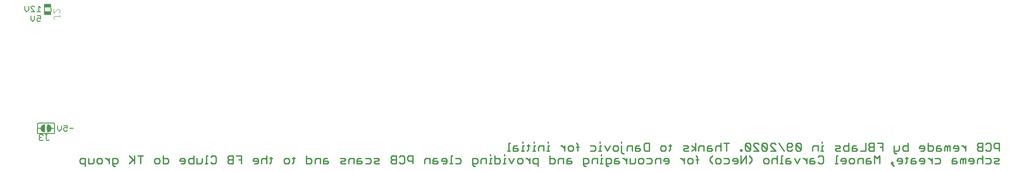
<source format=gbo>
G75*
%MOIN*%
%OFA0B0*%
%FSLAX25Y25*%
%IPPOS*%
%LPD*%
%AMOC8*
5,1,8,0,0,1.08239X$1,22.5*
%
%ADD10C,0.01000*%
%ADD11C,0.00700*%
%ADD12C,0.00600*%
%ADD13R,0.05512X0.02559*%
%ADD14C,0.00400*%
%ADD15C,0.00500*%
D10*
X0077334Y0014101D02*
X0078335Y0013100D01*
X0081338Y0013100D01*
X0081338Y0011098D02*
X0081338Y0017103D01*
X0078335Y0017103D01*
X0077334Y0016103D01*
X0077334Y0014101D01*
X0083780Y0013100D02*
X0083780Y0017103D01*
X0083780Y0013100D02*
X0086782Y0013100D01*
X0087783Y0014101D01*
X0087783Y0017103D01*
X0090225Y0016103D02*
X0091226Y0017103D01*
X0093228Y0017103D01*
X0094229Y0016103D01*
X0094229Y0014101D01*
X0093228Y0013100D01*
X0091226Y0013100D01*
X0090225Y0014101D01*
X0090225Y0016103D01*
X0096598Y0017103D02*
X0097598Y0017103D01*
X0099600Y0015102D01*
X0099600Y0017103D02*
X0099600Y0013100D01*
X0102042Y0013100D02*
X0105045Y0013100D01*
X0106046Y0014101D01*
X0106046Y0016103D01*
X0105045Y0017103D01*
X0102042Y0017103D01*
X0102042Y0012099D01*
X0103043Y0011098D01*
X0104044Y0011098D01*
X0114933Y0013100D02*
X0117936Y0016103D01*
X0118937Y0015102D02*
X0114933Y0019105D01*
X0118937Y0019105D02*
X0118937Y0013100D01*
X0123380Y0013100D02*
X0123380Y0019105D01*
X0121379Y0019105D02*
X0125382Y0019105D01*
X0134270Y0016103D02*
X0135270Y0017103D01*
X0137272Y0017103D01*
X0138273Y0016103D01*
X0138273Y0014101D01*
X0137272Y0013100D01*
X0135270Y0013100D01*
X0134270Y0014101D01*
X0134270Y0016103D01*
X0140715Y0017103D02*
X0143718Y0017103D01*
X0144719Y0016103D01*
X0144719Y0014101D01*
X0143718Y0013100D01*
X0140715Y0013100D01*
X0140715Y0019105D01*
X0153606Y0016103D02*
X0153606Y0015102D01*
X0157610Y0015102D01*
X0157610Y0016103D02*
X0156609Y0017103D01*
X0154607Y0017103D01*
X0153606Y0016103D01*
X0154607Y0013100D02*
X0156609Y0013100D01*
X0157610Y0014101D01*
X0157610Y0016103D01*
X0160052Y0016103D02*
X0161052Y0017103D01*
X0164055Y0017103D01*
X0164055Y0019105D02*
X0164055Y0013100D01*
X0161052Y0013100D01*
X0160052Y0014101D01*
X0160052Y0016103D01*
X0166497Y0017103D02*
X0166497Y0013100D01*
X0169500Y0013100D01*
X0170501Y0014101D01*
X0170501Y0017103D01*
X0173797Y0019105D02*
X0173797Y0013100D01*
X0174798Y0013100D02*
X0172796Y0013100D01*
X0177240Y0014101D02*
X0178240Y0013100D01*
X0180242Y0013100D01*
X0181243Y0014101D01*
X0181243Y0018104D01*
X0180242Y0019105D01*
X0178240Y0019105D01*
X0177240Y0018104D01*
X0174798Y0019105D02*
X0173797Y0019105D01*
X0190131Y0018104D02*
X0190131Y0017103D01*
X0191131Y0016103D01*
X0194134Y0016103D01*
X0194134Y0019105D02*
X0194134Y0013100D01*
X0191131Y0013100D01*
X0190131Y0014101D01*
X0190131Y0015102D01*
X0191131Y0016103D01*
X0190131Y0018104D02*
X0191131Y0019105D01*
X0194134Y0019105D01*
X0196576Y0019105D02*
X0200580Y0019105D01*
X0200580Y0013100D01*
X0200580Y0016103D02*
X0198578Y0016103D01*
X0209467Y0016103D02*
X0209467Y0015102D01*
X0213471Y0015102D01*
X0213471Y0016103D02*
X0212470Y0017103D01*
X0210468Y0017103D01*
X0209467Y0016103D01*
X0210468Y0013100D02*
X0212470Y0013100D01*
X0213471Y0014101D01*
X0213471Y0016103D01*
X0215913Y0016103D02*
X0215913Y0013100D01*
X0215913Y0016103D02*
X0216913Y0017103D01*
X0218915Y0017103D01*
X0219916Y0016103D01*
X0222211Y0017103D02*
X0224213Y0017103D01*
X0223212Y0018104D02*
X0223212Y0014101D01*
X0222211Y0013100D01*
X0219916Y0013100D02*
X0219916Y0019105D01*
X0233101Y0016103D02*
X0234101Y0017103D01*
X0236103Y0017103D01*
X0237104Y0016103D01*
X0237104Y0014101D01*
X0236103Y0013100D01*
X0234101Y0013100D01*
X0233101Y0014101D01*
X0233101Y0016103D01*
X0239399Y0017103D02*
X0241401Y0017103D01*
X0240400Y0018104D02*
X0240400Y0014101D01*
X0239399Y0013100D01*
X0250289Y0013100D02*
X0250289Y0019105D01*
X0250289Y0017103D02*
X0253291Y0017103D01*
X0254292Y0016103D01*
X0254292Y0014101D01*
X0253291Y0013100D01*
X0250289Y0013100D01*
X0256734Y0013100D02*
X0256734Y0016103D01*
X0257735Y0017103D01*
X0260737Y0017103D01*
X0260737Y0013100D01*
X0263180Y0013100D02*
X0266182Y0013100D01*
X0267183Y0014101D01*
X0266182Y0015102D01*
X0263180Y0015102D01*
X0263180Y0016103D02*
X0263180Y0013100D01*
X0263180Y0016103D02*
X0264180Y0017103D01*
X0266182Y0017103D01*
X0276071Y0017103D02*
X0279073Y0017103D01*
X0280074Y0016103D01*
X0279073Y0015102D01*
X0277071Y0015102D01*
X0276071Y0014101D01*
X0277071Y0013100D01*
X0280074Y0013100D01*
X0282516Y0013100D02*
X0282516Y0016103D01*
X0283517Y0017103D01*
X0286519Y0017103D01*
X0286519Y0013100D01*
X0288962Y0013100D02*
X0291964Y0013100D01*
X0292965Y0014101D01*
X0291964Y0015102D01*
X0288962Y0015102D01*
X0288962Y0016103D02*
X0288962Y0013100D01*
X0288962Y0016103D02*
X0289962Y0017103D01*
X0291964Y0017103D01*
X0295407Y0017103D02*
X0298410Y0017103D01*
X0299410Y0016103D01*
X0299410Y0014101D01*
X0298410Y0013100D01*
X0295407Y0013100D01*
X0301853Y0014101D02*
X0302853Y0015102D01*
X0304855Y0015102D01*
X0305856Y0016103D01*
X0304855Y0017103D01*
X0301853Y0017103D01*
X0301853Y0014101D02*
X0302853Y0013100D01*
X0305856Y0013100D01*
X0314744Y0014101D02*
X0315744Y0013100D01*
X0318747Y0013100D01*
X0318747Y0019105D01*
X0315744Y0019105D01*
X0314744Y0018104D01*
X0314744Y0017103D01*
X0315744Y0016103D01*
X0318747Y0016103D01*
X0315744Y0016103D02*
X0314744Y0015102D01*
X0314744Y0014101D01*
X0321189Y0014101D02*
X0322190Y0013100D01*
X0324192Y0013100D01*
X0325192Y0014101D01*
X0325192Y0018104D01*
X0324192Y0019105D01*
X0322190Y0019105D01*
X0321189Y0018104D01*
X0327635Y0018104D02*
X0327635Y0016103D01*
X0328635Y0015102D01*
X0331638Y0015102D01*
X0331638Y0013100D02*
X0331638Y0019105D01*
X0328635Y0019105D01*
X0327635Y0018104D01*
X0340526Y0016103D02*
X0340526Y0013100D01*
X0340526Y0016103D02*
X0341526Y0017103D01*
X0344529Y0017103D01*
X0344529Y0013100D01*
X0346971Y0013100D02*
X0349974Y0013100D01*
X0350974Y0014101D01*
X0349974Y0015102D01*
X0346971Y0015102D01*
X0346971Y0016103D02*
X0346971Y0013100D01*
X0346971Y0016103D02*
X0347972Y0017103D01*
X0349974Y0017103D01*
X0353417Y0016103D02*
X0354417Y0017103D01*
X0356419Y0017103D01*
X0357420Y0016103D01*
X0357420Y0014101D01*
X0356419Y0013100D01*
X0354417Y0013100D01*
X0353417Y0015102D02*
X0357420Y0015102D01*
X0359715Y0013100D02*
X0361717Y0013100D01*
X0360716Y0013100D02*
X0360716Y0019105D01*
X0361717Y0019105D01*
X0364159Y0017103D02*
X0367162Y0017103D01*
X0368162Y0016103D01*
X0368162Y0014101D01*
X0367162Y0013100D01*
X0364159Y0013100D01*
X0353417Y0015102D02*
X0353417Y0016103D01*
X0377050Y0017103D02*
X0377050Y0012099D01*
X0378051Y0011098D01*
X0379052Y0011098D01*
X0380053Y0013100D02*
X0377050Y0013100D01*
X0380053Y0013100D02*
X0381053Y0014101D01*
X0381053Y0016103D01*
X0380053Y0017103D01*
X0377050Y0017103D01*
X0383496Y0016103D02*
X0383496Y0013100D01*
X0383496Y0016103D02*
X0384496Y0017103D01*
X0387499Y0017103D01*
X0387499Y0013100D01*
X0389794Y0013100D02*
X0391796Y0013100D01*
X0390795Y0013100D02*
X0390795Y0017103D01*
X0391796Y0017103D01*
X0390795Y0019105D02*
X0390795Y0020106D01*
X0394238Y0019105D02*
X0394238Y0013100D01*
X0397241Y0013100D01*
X0398241Y0014101D01*
X0398241Y0016103D01*
X0397241Y0017103D01*
X0394238Y0017103D01*
X0401538Y0017103D02*
X0401538Y0013100D01*
X0402538Y0013100D02*
X0400537Y0013100D01*
X0401538Y0017103D02*
X0402538Y0017103D01*
X0401538Y0019105D02*
X0401538Y0020106D01*
X0403759Y0022970D02*
X0405761Y0022970D01*
X0404760Y0022970D02*
X0404760Y0028975D01*
X0405761Y0028975D01*
X0408203Y0025973D02*
X0408203Y0022970D01*
X0411206Y0022970D01*
X0412207Y0023971D01*
X0411206Y0024972D01*
X0408203Y0024972D01*
X0408203Y0025973D02*
X0409204Y0026973D01*
X0411206Y0026973D01*
X0415503Y0026973D02*
X0415503Y0022970D01*
X0416504Y0022970D02*
X0414502Y0022970D01*
X0415503Y0026973D02*
X0416504Y0026973D01*
X0415503Y0028975D02*
X0415503Y0029976D01*
X0418799Y0026973D02*
X0420801Y0026973D01*
X0419800Y0027974D02*
X0419800Y0023971D01*
X0418799Y0022970D01*
X0423096Y0022970D02*
X0425098Y0022970D01*
X0424097Y0022970D02*
X0424097Y0026973D01*
X0425098Y0026973D01*
X0424097Y0028975D02*
X0424097Y0029976D01*
X0427540Y0025973D02*
X0427540Y0022970D01*
X0427540Y0025973D02*
X0428541Y0026973D01*
X0431543Y0026973D01*
X0431543Y0022970D01*
X0433838Y0022970D02*
X0435840Y0022970D01*
X0434839Y0022970D02*
X0434839Y0026973D01*
X0435840Y0026973D01*
X0434839Y0028975D02*
X0434839Y0029976D01*
X0444654Y0026973D02*
X0445655Y0026973D01*
X0447657Y0024972D01*
X0447657Y0026973D02*
X0447657Y0022970D01*
X0450099Y0023971D02*
X0450099Y0025973D01*
X0451100Y0026973D01*
X0453102Y0026973D01*
X0454102Y0025973D01*
X0454102Y0023971D01*
X0453102Y0022970D01*
X0451100Y0022970D01*
X0450099Y0023971D01*
X0456398Y0025973D02*
X0458399Y0025973D01*
X0457399Y0027974D02*
X0457399Y0022970D01*
X0457399Y0027974D02*
X0456398Y0028975D01*
X0467287Y0026973D02*
X0470290Y0026973D01*
X0471290Y0025973D01*
X0471290Y0023971D01*
X0470290Y0022970D01*
X0467287Y0022970D01*
X0469362Y0017103D02*
X0468361Y0016103D01*
X0468361Y0013100D01*
X0465919Y0014101D02*
X0464918Y0013100D01*
X0461916Y0013100D01*
X0461916Y0012099D02*
X0461916Y0017103D01*
X0464918Y0017103D01*
X0465919Y0016103D01*
X0465919Y0014101D01*
X0463917Y0011098D02*
X0462917Y0011098D01*
X0461916Y0012099D01*
X0469362Y0017103D02*
X0472365Y0017103D01*
X0472365Y0013100D01*
X0474660Y0013100D02*
X0476662Y0013100D01*
X0475661Y0013100D02*
X0475661Y0017103D01*
X0476662Y0017103D01*
X0475661Y0019105D02*
X0475661Y0020106D01*
X0475587Y0022970D02*
X0473586Y0022970D01*
X0474587Y0022970D02*
X0474587Y0026973D01*
X0475587Y0026973D01*
X0474587Y0028975D02*
X0474587Y0029976D01*
X0478029Y0026973D02*
X0480031Y0022970D01*
X0482033Y0026973D01*
X0484475Y0025973D02*
X0485476Y0026973D01*
X0487478Y0026973D01*
X0488478Y0025973D01*
X0488478Y0023971D01*
X0487478Y0022970D01*
X0485476Y0022970D01*
X0484475Y0023971D01*
X0484475Y0025973D01*
X0490774Y0026973D02*
X0490774Y0021969D01*
X0491775Y0020968D01*
X0492775Y0020968D01*
X0495217Y0022970D02*
X0495217Y0025973D01*
X0496218Y0026973D01*
X0499221Y0026973D01*
X0499221Y0022970D01*
X0501663Y0022970D02*
X0504666Y0022970D01*
X0505666Y0023971D01*
X0504666Y0024972D01*
X0501663Y0024972D01*
X0501663Y0025973D02*
X0501663Y0022970D01*
X0501663Y0025973D02*
X0502664Y0026973D01*
X0504666Y0026973D01*
X0508108Y0027974D02*
X0509109Y0028975D01*
X0512112Y0028975D01*
X0512112Y0022970D01*
X0509109Y0022970D01*
X0508108Y0023971D01*
X0508108Y0027974D01*
X0520999Y0025973D02*
X0522000Y0026973D01*
X0524002Y0026973D01*
X0525003Y0025973D01*
X0525003Y0023971D01*
X0524002Y0022970D01*
X0522000Y0022970D01*
X0520999Y0023971D01*
X0520999Y0025973D01*
X0527298Y0026973D02*
X0529300Y0026973D01*
X0528299Y0027974D02*
X0528299Y0023971D01*
X0527298Y0022970D01*
X0526151Y0017103D02*
X0524149Y0017103D01*
X0523148Y0016103D01*
X0523148Y0015102D01*
X0527151Y0015102D01*
X0527151Y0016103D02*
X0526151Y0017103D01*
X0527151Y0016103D02*
X0527151Y0014101D01*
X0526151Y0013100D01*
X0524149Y0013100D01*
X0520706Y0013100D02*
X0520706Y0017103D01*
X0517703Y0017103D01*
X0516702Y0016103D01*
X0516702Y0013100D01*
X0514260Y0014101D02*
X0513260Y0013100D01*
X0510257Y0013100D01*
X0507815Y0014101D02*
X0506814Y0013100D01*
X0504812Y0013100D01*
X0503811Y0014101D01*
X0503811Y0016103D01*
X0504812Y0017103D01*
X0506814Y0017103D01*
X0507815Y0016103D01*
X0507815Y0014101D01*
X0510257Y0017103D02*
X0513260Y0017103D01*
X0514260Y0016103D01*
X0514260Y0014101D01*
X0501369Y0014101D02*
X0501369Y0017103D01*
X0501369Y0014101D02*
X0500369Y0013100D01*
X0497366Y0013100D01*
X0497366Y0017103D01*
X0494924Y0017103D02*
X0494924Y0013100D01*
X0494924Y0015102D02*
X0492922Y0017103D01*
X0491921Y0017103D01*
X0488552Y0017103D02*
X0486550Y0017103D01*
X0485549Y0016103D01*
X0485549Y0013100D01*
X0488552Y0013100D01*
X0489553Y0014101D01*
X0488552Y0015102D01*
X0485549Y0015102D01*
X0483107Y0016103D02*
X0483107Y0014101D01*
X0482106Y0013100D01*
X0479104Y0013100D01*
X0479104Y0012099D02*
X0479104Y0017103D01*
X0482106Y0017103D01*
X0483107Y0016103D01*
X0481105Y0011098D02*
X0480105Y0011098D01*
X0479104Y0012099D01*
X0490774Y0028975D02*
X0490774Y0029976D01*
X0452027Y0017103D02*
X0450026Y0017103D01*
X0449025Y0016103D01*
X0449025Y0013100D01*
X0452027Y0013100D01*
X0453028Y0014101D01*
X0452027Y0015102D01*
X0449025Y0015102D01*
X0446583Y0013100D02*
X0446583Y0017103D01*
X0443580Y0017103D01*
X0442579Y0016103D01*
X0442579Y0013100D01*
X0440137Y0014101D02*
X0440137Y0016103D01*
X0439136Y0017103D01*
X0436134Y0017103D01*
X0436134Y0019105D02*
X0436134Y0013100D01*
X0439136Y0013100D01*
X0440137Y0014101D01*
X0427246Y0013100D02*
X0424244Y0013100D01*
X0423243Y0014101D01*
X0423243Y0016103D01*
X0424244Y0017103D01*
X0427246Y0017103D01*
X0427246Y0011098D01*
X0420801Y0013100D02*
X0420801Y0017103D01*
X0420801Y0015102D02*
X0418799Y0017103D01*
X0417798Y0017103D01*
X0415429Y0016103D02*
X0414429Y0017103D01*
X0412427Y0017103D01*
X0411426Y0016103D01*
X0411426Y0014101D01*
X0412427Y0013100D01*
X0414429Y0013100D01*
X0415429Y0014101D01*
X0415429Y0016103D01*
X0408984Y0017103D02*
X0406982Y0013100D01*
X0404980Y0017103D01*
X0535966Y0017103D02*
X0536966Y0017103D01*
X0538968Y0015102D01*
X0538968Y0017103D02*
X0538968Y0013100D01*
X0541410Y0014101D02*
X0541410Y0016103D01*
X0542411Y0017103D01*
X0544413Y0017103D01*
X0545414Y0016103D01*
X0545414Y0014101D01*
X0544413Y0013100D01*
X0542411Y0013100D01*
X0541410Y0014101D01*
X0547709Y0016103D02*
X0549711Y0016103D01*
X0548710Y0018104D02*
X0548710Y0013100D01*
X0548710Y0018104D02*
X0547709Y0019105D01*
X0547562Y0022970D02*
X0547562Y0028975D01*
X0544560Y0026973D02*
X0547562Y0024972D01*
X0544560Y0022970D01*
X0542191Y0022970D02*
X0539188Y0022970D01*
X0538187Y0023971D01*
X0539188Y0024972D01*
X0541190Y0024972D01*
X0542191Y0025973D01*
X0541190Y0026973D01*
X0538187Y0026973D01*
X0550004Y0025973D02*
X0550004Y0022970D01*
X0550004Y0025973D02*
X0551005Y0026973D01*
X0554008Y0026973D01*
X0554008Y0022970D01*
X0556450Y0022970D02*
X0559452Y0022970D01*
X0560453Y0023971D01*
X0559452Y0024972D01*
X0556450Y0024972D01*
X0556450Y0025973D02*
X0556450Y0022970D01*
X0556450Y0025973D02*
X0557451Y0026973D01*
X0559452Y0026973D01*
X0562895Y0025973D02*
X0562895Y0022970D01*
X0562895Y0025973D02*
X0563896Y0026973D01*
X0565898Y0026973D01*
X0566899Y0025973D01*
X0566899Y0028975D02*
X0566899Y0022970D01*
X0571342Y0022970D02*
X0571342Y0028975D01*
X0569341Y0028975D02*
X0573344Y0028975D01*
X0582011Y0023971D02*
X0582011Y0022970D01*
X0583012Y0022970D01*
X0583012Y0023971D01*
X0582011Y0023971D01*
X0585454Y0023971D02*
X0585454Y0027974D01*
X0589458Y0023971D01*
X0588457Y0022970D01*
X0586455Y0022970D01*
X0585454Y0023971D01*
X0585454Y0027974D02*
X0586455Y0028975D01*
X0588457Y0028975D01*
X0589458Y0027974D01*
X0589458Y0023971D01*
X0591900Y0022970D02*
X0595903Y0022970D01*
X0591900Y0026973D01*
X0591900Y0027974D01*
X0592901Y0028975D01*
X0594902Y0028975D01*
X0595903Y0027974D01*
X0598345Y0027974D02*
X0602349Y0023971D01*
X0601348Y0022970D01*
X0599346Y0022970D01*
X0598345Y0023971D01*
X0598345Y0027974D01*
X0599346Y0028975D01*
X0601348Y0028975D01*
X0602349Y0027974D01*
X0602349Y0023971D01*
X0604791Y0022970D02*
X0608794Y0022970D01*
X0604791Y0026973D01*
X0604791Y0027974D01*
X0605792Y0028975D01*
X0607793Y0028975D01*
X0608794Y0027974D01*
X0611236Y0028975D02*
X0615240Y0022970D01*
X0617682Y0023971D02*
X0617682Y0027974D01*
X0618683Y0028975D01*
X0620684Y0028975D01*
X0621685Y0027974D01*
X0621685Y0026973D01*
X0620684Y0025973D01*
X0617682Y0025973D01*
X0617682Y0023971D02*
X0618683Y0022970D01*
X0620684Y0022970D01*
X0621685Y0023971D01*
X0624127Y0023971D02*
X0625128Y0022970D01*
X0627130Y0022970D01*
X0628131Y0023971D01*
X0624127Y0027974D01*
X0624127Y0023971D01*
X0624127Y0027974D02*
X0625128Y0028975D01*
X0627130Y0028975D01*
X0628131Y0027974D01*
X0628131Y0023971D01*
X0627057Y0017103D02*
X0625055Y0013100D01*
X0623053Y0017103D01*
X0619610Y0017103D02*
X0617609Y0017103D01*
X0616608Y0016103D01*
X0616608Y0013100D01*
X0619610Y0013100D01*
X0620611Y0014101D01*
X0619610Y0015102D01*
X0616608Y0015102D01*
X0614166Y0013100D02*
X0612164Y0013100D01*
X0613165Y0013100D02*
X0613165Y0019105D01*
X0614166Y0019105D01*
X0609869Y0019105D02*
X0609869Y0013100D01*
X0609869Y0016103D02*
X0608868Y0017103D01*
X0606866Y0017103D01*
X0605865Y0016103D01*
X0605865Y0013100D01*
X0603423Y0014101D02*
X0602422Y0013100D01*
X0600421Y0013100D01*
X0599420Y0014101D01*
X0599420Y0016103D01*
X0600421Y0017103D01*
X0602422Y0017103D01*
X0603423Y0016103D01*
X0603423Y0014101D01*
X0590532Y0015102D02*
X0590532Y0017103D01*
X0588530Y0019105D01*
X0586235Y0019105D02*
X0582232Y0013100D01*
X0582232Y0019105D01*
X0579790Y0016103D02*
X0578789Y0017103D01*
X0576787Y0017103D01*
X0575786Y0016103D01*
X0575786Y0015102D01*
X0579790Y0015102D01*
X0579790Y0014101D02*
X0579790Y0016103D01*
X0579790Y0014101D02*
X0578789Y0013100D01*
X0576787Y0013100D01*
X0573344Y0014101D02*
X0572343Y0013100D01*
X0569341Y0013100D01*
X0566899Y0014101D02*
X0565898Y0013100D01*
X0563896Y0013100D01*
X0562895Y0014101D01*
X0562895Y0016103D01*
X0563896Y0017103D01*
X0565898Y0017103D01*
X0566899Y0016103D01*
X0566899Y0014101D01*
X0569341Y0017103D02*
X0572343Y0017103D01*
X0573344Y0016103D01*
X0573344Y0014101D01*
X0560453Y0013100D02*
X0558451Y0015102D01*
X0558451Y0017103D01*
X0560453Y0019105D01*
X0586235Y0019105D02*
X0586235Y0013100D01*
X0588530Y0013100D02*
X0590532Y0015102D01*
X0629425Y0017103D02*
X0630426Y0017103D01*
X0632428Y0015102D01*
X0632428Y0017103D02*
X0632428Y0013100D01*
X0634870Y0013100D02*
X0637872Y0013100D01*
X0638873Y0014101D01*
X0637872Y0015102D01*
X0634870Y0015102D01*
X0634870Y0016103D02*
X0634870Y0013100D01*
X0634870Y0016103D02*
X0635871Y0017103D01*
X0637872Y0017103D01*
X0641315Y0018104D02*
X0642316Y0019105D01*
X0644318Y0019105D01*
X0645319Y0018104D01*
X0645319Y0014101D01*
X0644318Y0013100D01*
X0642316Y0013100D01*
X0641315Y0014101D01*
X0654060Y0013100D02*
X0656061Y0013100D01*
X0655060Y0013100D02*
X0655060Y0019105D01*
X0656061Y0019105D01*
X0658503Y0016103D02*
X0659504Y0017103D01*
X0661506Y0017103D01*
X0662507Y0016103D01*
X0662507Y0014101D01*
X0661506Y0013100D01*
X0659504Y0013100D01*
X0658503Y0015102D02*
X0662507Y0015102D01*
X0664949Y0016103D02*
X0665950Y0017103D01*
X0667951Y0017103D01*
X0668952Y0016103D01*
X0668952Y0014101D01*
X0667951Y0013100D01*
X0665950Y0013100D01*
X0664949Y0014101D01*
X0664949Y0016103D01*
X0671394Y0016103D02*
X0671394Y0013100D01*
X0671394Y0016103D02*
X0672395Y0017103D01*
X0675398Y0017103D01*
X0675398Y0013100D01*
X0677840Y0013100D02*
X0680842Y0013100D01*
X0681843Y0014101D01*
X0680842Y0015102D01*
X0677840Y0015102D01*
X0677840Y0016103D02*
X0677840Y0013100D01*
X0677840Y0016103D02*
X0678841Y0017103D01*
X0680842Y0017103D01*
X0684285Y0019105D02*
X0684285Y0013100D01*
X0688289Y0013100D02*
X0688289Y0019105D01*
X0686287Y0017103D01*
X0684285Y0019105D01*
X0683992Y0022970D02*
X0680989Y0022970D01*
X0679988Y0023971D01*
X0679988Y0024972D01*
X0680989Y0025973D01*
X0683992Y0025973D01*
X0683992Y0028975D02*
X0683992Y0022970D01*
X0680989Y0025973D02*
X0679988Y0026973D01*
X0679988Y0027974D01*
X0680989Y0028975D01*
X0683992Y0028975D01*
X0686434Y0028975D02*
X0690437Y0028975D01*
X0690437Y0022970D01*
X0690437Y0025973D02*
X0688436Y0025973D01*
X0677546Y0028975D02*
X0677546Y0022970D01*
X0673543Y0022970D01*
X0671101Y0023971D02*
X0670100Y0024972D01*
X0667097Y0024972D01*
X0667097Y0025973D02*
X0667097Y0022970D01*
X0670100Y0022970D01*
X0671101Y0023971D01*
X0670100Y0026973D02*
X0668098Y0026973D01*
X0667097Y0025973D01*
X0664655Y0026973D02*
X0661653Y0026973D01*
X0660652Y0025973D01*
X0660652Y0023971D01*
X0661653Y0022970D01*
X0664655Y0022970D01*
X0664655Y0028975D01*
X0658210Y0025973D02*
X0657209Y0026973D01*
X0654206Y0026973D01*
X0655207Y0024972D02*
X0654206Y0023971D01*
X0655207Y0022970D01*
X0658210Y0022970D01*
X0657209Y0024972D02*
X0658210Y0025973D01*
X0657209Y0024972D02*
X0655207Y0024972D01*
X0658503Y0016103D02*
X0658503Y0015102D01*
X0645319Y0022970D02*
X0643317Y0022970D01*
X0644318Y0022970D02*
X0644318Y0026973D01*
X0645319Y0026973D01*
X0644318Y0028975D02*
X0644318Y0029976D01*
X0641022Y0026973D02*
X0638019Y0026973D01*
X0637018Y0025973D01*
X0637018Y0022970D01*
X0641022Y0022970D02*
X0641022Y0026973D01*
X0697030Y0014101D02*
X0698030Y0014101D01*
X0698030Y0013100D01*
X0697030Y0013100D01*
X0697030Y0014101D01*
X0697030Y0013100D02*
X0699031Y0011098D01*
X0702474Y0013100D02*
X0704476Y0013100D01*
X0705477Y0014101D01*
X0705477Y0016103D01*
X0704476Y0017103D01*
X0702474Y0017103D01*
X0701473Y0016103D01*
X0701473Y0015102D01*
X0705477Y0015102D01*
X0707772Y0017103D02*
X0709774Y0017103D01*
X0708773Y0018104D02*
X0708773Y0014101D01*
X0707772Y0013100D01*
X0712216Y0013100D02*
X0715218Y0013100D01*
X0716219Y0014101D01*
X0715218Y0015102D01*
X0712216Y0015102D01*
X0712216Y0016103D02*
X0712216Y0013100D01*
X0712216Y0016103D02*
X0713217Y0017103D01*
X0715218Y0017103D01*
X0718661Y0016103D02*
X0718661Y0015102D01*
X0722665Y0015102D01*
X0722665Y0016103D02*
X0721664Y0017103D01*
X0719662Y0017103D01*
X0718661Y0016103D01*
X0719662Y0013100D02*
X0721664Y0013100D01*
X0722665Y0014101D01*
X0722665Y0016103D01*
X0725033Y0017103D02*
X0726034Y0017103D01*
X0728036Y0015102D01*
X0728036Y0017103D02*
X0728036Y0013100D01*
X0730478Y0013100D02*
X0733481Y0013100D01*
X0734482Y0014101D01*
X0734482Y0016103D01*
X0733481Y0017103D01*
X0730478Y0017103D01*
X0731552Y0022970D02*
X0734555Y0022970D01*
X0735556Y0023971D01*
X0734555Y0024972D01*
X0731552Y0024972D01*
X0731552Y0025973D02*
X0731552Y0022970D01*
X0729110Y0023971D02*
X0729110Y0025973D01*
X0728109Y0026973D01*
X0725107Y0026973D01*
X0725107Y0028975D02*
X0725107Y0022970D01*
X0728109Y0022970D01*
X0729110Y0023971D01*
X0731552Y0025973D02*
X0732553Y0026973D01*
X0734555Y0026973D01*
X0737998Y0025973D02*
X0737998Y0022970D01*
X0740000Y0022970D02*
X0740000Y0025973D01*
X0738999Y0026973D01*
X0737998Y0025973D01*
X0740000Y0025973D02*
X0741000Y0026973D01*
X0742001Y0026973D01*
X0742001Y0022970D01*
X0744443Y0024972D02*
X0748447Y0024972D01*
X0748447Y0025973D02*
X0747446Y0026973D01*
X0745444Y0026973D01*
X0744443Y0025973D01*
X0744443Y0024972D01*
X0745444Y0022970D02*
X0747446Y0022970D01*
X0748447Y0023971D01*
X0748447Y0025973D01*
X0750815Y0026973D02*
X0751816Y0026973D01*
X0753818Y0024972D01*
X0753818Y0026973D02*
X0753818Y0022970D01*
X0753818Y0017103D02*
X0752817Y0017103D01*
X0751816Y0016103D01*
X0750815Y0017103D01*
X0749815Y0016103D01*
X0749815Y0013100D01*
X0751816Y0013100D02*
X0751816Y0016103D01*
X0753818Y0017103D02*
X0753818Y0013100D01*
X0756260Y0015102D02*
X0760264Y0015102D01*
X0760264Y0016103D02*
X0759263Y0017103D01*
X0757261Y0017103D01*
X0756260Y0016103D01*
X0756260Y0015102D01*
X0757261Y0013100D02*
X0759263Y0013100D01*
X0760264Y0014101D01*
X0760264Y0016103D01*
X0762706Y0016103D02*
X0762706Y0013100D01*
X0762706Y0016103D02*
X0763706Y0017103D01*
X0765708Y0017103D01*
X0766709Y0016103D01*
X0769151Y0017103D02*
X0772154Y0017103D01*
X0773155Y0016103D01*
X0773155Y0014101D01*
X0772154Y0013100D01*
X0769151Y0013100D01*
X0766709Y0013100D02*
X0766709Y0019105D01*
X0766709Y0022970D02*
X0763706Y0022970D01*
X0762706Y0023971D01*
X0762706Y0024972D01*
X0763706Y0025973D01*
X0766709Y0025973D01*
X0766709Y0028975D02*
X0766709Y0022970D01*
X0769151Y0023971D02*
X0770152Y0022970D01*
X0772154Y0022970D01*
X0773155Y0023971D01*
X0773155Y0027974D01*
X0772154Y0028975D01*
X0770152Y0028975D01*
X0769151Y0027974D01*
X0766709Y0028975D02*
X0763706Y0028975D01*
X0762706Y0027974D01*
X0762706Y0026973D01*
X0763706Y0025973D01*
X0775597Y0025973D02*
X0775597Y0027974D01*
X0776597Y0028975D01*
X0779600Y0028975D01*
X0779600Y0022970D01*
X0779600Y0024972D02*
X0776597Y0024972D01*
X0775597Y0025973D01*
X0775597Y0017103D02*
X0778599Y0017103D01*
X0779600Y0016103D01*
X0778599Y0015102D01*
X0776597Y0015102D01*
X0775597Y0014101D01*
X0776597Y0013100D01*
X0779600Y0013100D01*
X0747373Y0014101D02*
X0746372Y0015102D01*
X0743369Y0015102D01*
X0743369Y0016103D02*
X0743369Y0013100D01*
X0746372Y0013100D01*
X0747373Y0014101D01*
X0746372Y0017103D02*
X0744370Y0017103D01*
X0743369Y0016103D01*
X0722665Y0023971D02*
X0722665Y0025973D01*
X0721664Y0026973D01*
X0719662Y0026973D01*
X0718661Y0025973D01*
X0718661Y0024972D01*
X0722665Y0024972D01*
X0722665Y0023971D02*
X0721664Y0022970D01*
X0719662Y0022970D01*
X0709774Y0022970D02*
X0709774Y0028975D01*
X0709774Y0026973D02*
X0706771Y0026973D01*
X0705770Y0025973D01*
X0705770Y0023971D01*
X0706771Y0022970D01*
X0709774Y0022970D01*
X0703328Y0023971D02*
X0702327Y0022970D01*
X0699325Y0022970D01*
X0699325Y0021969D02*
X0700326Y0020968D01*
X0701327Y0020968D01*
X0699325Y0021969D02*
X0699325Y0026973D01*
X0703328Y0026973D02*
X0703328Y0023971D01*
D11*
X0072250Y0040102D02*
X0069381Y0040102D01*
X0067646Y0040102D02*
X0066212Y0040819D01*
X0065494Y0040819D01*
X0064777Y0040102D01*
X0064777Y0038667D01*
X0065494Y0037950D01*
X0066929Y0037950D01*
X0067646Y0038667D01*
X0067646Y0040102D02*
X0067646Y0042254D01*
X0064777Y0042254D01*
X0063042Y0042254D02*
X0063042Y0039385D01*
X0061608Y0037950D01*
X0060173Y0039385D01*
X0060173Y0042254D01*
X0046533Y0121700D02*
X0047250Y0122417D01*
X0046533Y0121700D02*
X0045098Y0121700D01*
X0044381Y0122417D01*
X0044381Y0123852D01*
X0045098Y0124569D01*
X0045815Y0124569D01*
X0047250Y0123852D01*
X0047250Y0126004D01*
X0044381Y0126004D01*
X0042646Y0126004D02*
X0042646Y0123135D01*
X0041212Y0121700D01*
X0039777Y0123135D01*
X0039777Y0126004D01*
X0039777Y0129200D02*
X0042646Y0129200D01*
X0039777Y0132069D01*
X0039777Y0132786D01*
X0040494Y0133504D01*
X0041929Y0133504D01*
X0042646Y0132786D01*
X0045815Y0133504D02*
X0045815Y0129200D01*
X0044381Y0129200D02*
X0047250Y0129200D01*
X0047250Y0132069D02*
X0045815Y0133504D01*
X0038042Y0133504D02*
X0038042Y0130635D01*
X0036608Y0129200D01*
X0035173Y0130635D01*
X0035173Y0133504D01*
D12*
X0050100Y0132561D02*
X0050100Y0129332D01*
X0055100Y0129332D02*
X0055100Y0132561D01*
X0056850Y0044100D02*
X0045850Y0044100D01*
X0045790Y0044098D01*
X0045729Y0044093D01*
X0045670Y0044084D01*
X0045611Y0044071D01*
X0045552Y0044055D01*
X0045495Y0044035D01*
X0045440Y0044012D01*
X0045385Y0043985D01*
X0045333Y0043956D01*
X0045282Y0043923D01*
X0045233Y0043887D01*
X0045187Y0043849D01*
X0045143Y0043807D01*
X0045101Y0043763D01*
X0045063Y0043717D01*
X0045027Y0043668D01*
X0044994Y0043617D01*
X0044965Y0043565D01*
X0044938Y0043510D01*
X0044915Y0043455D01*
X0044895Y0043398D01*
X0044879Y0043339D01*
X0044866Y0043280D01*
X0044857Y0043221D01*
X0044852Y0043160D01*
X0044850Y0043100D01*
X0044850Y0037100D01*
X0044852Y0037040D01*
X0044857Y0036979D01*
X0044866Y0036920D01*
X0044879Y0036861D01*
X0044895Y0036802D01*
X0044915Y0036745D01*
X0044938Y0036690D01*
X0044965Y0036635D01*
X0044994Y0036583D01*
X0045027Y0036532D01*
X0045063Y0036483D01*
X0045101Y0036437D01*
X0045143Y0036393D01*
X0045187Y0036351D01*
X0045233Y0036313D01*
X0045282Y0036277D01*
X0045333Y0036244D01*
X0045385Y0036215D01*
X0045440Y0036188D01*
X0045495Y0036165D01*
X0045552Y0036145D01*
X0045611Y0036129D01*
X0045670Y0036116D01*
X0045729Y0036107D01*
X0045790Y0036102D01*
X0045850Y0036100D01*
X0056850Y0036100D01*
X0056910Y0036102D01*
X0056971Y0036107D01*
X0057030Y0036116D01*
X0057089Y0036129D01*
X0057148Y0036145D01*
X0057205Y0036165D01*
X0057260Y0036188D01*
X0057315Y0036215D01*
X0057367Y0036244D01*
X0057418Y0036277D01*
X0057467Y0036313D01*
X0057513Y0036351D01*
X0057557Y0036393D01*
X0057599Y0036437D01*
X0057637Y0036483D01*
X0057673Y0036532D01*
X0057706Y0036583D01*
X0057735Y0036635D01*
X0057762Y0036690D01*
X0057785Y0036745D01*
X0057805Y0036802D01*
X0057821Y0036861D01*
X0057834Y0036920D01*
X0057843Y0036979D01*
X0057848Y0037040D01*
X0057850Y0037100D01*
X0057850Y0043100D01*
X0057848Y0043160D01*
X0057843Y0043221D01*
X0057834Y0043280D01*
X0057821Y0043339D01*
X0057805Y0043398D01*
X0057785Y0043455D01*
X0057762Y0043510D01*
X0057735Y0043565D01*
X0057706Y0043617D01*
X0057673Y0043668D01*
X0057637Y0043717D01*
X0057599Y0043763D01*
X0057557Y0043807D01*
X0057513Y0043849D01*
X0057467Y0043887D01*
X0057418Y0043923D01*
X0057367Y0043956D01*
X0057315Y0043985D01*
X0057260Y0044012D01*
X0057205Y0044035D01*
X0057148Y0044055D01*
X0057089Y0044071D01*
X0057030Y0044084D01*
X0056971Y0044093D01*
X0056910Y0044098D01*
X0056850Y0044100D01*
X0057350Y0040100D02*
X0055350Y0040100D01*
X0047350Y0040100D02*
X0045350Y0040100D01*
D13*
X0052606Y0128026D03*
X0052606Y0133826D03*
D14*
X0057243Y0131223D02*
X0057243Y0128154D01*
X0060312Y0131223D01*
X0061080Y0131223D01*
X0061847Y0130456D01*
X0061847Y0128921D01*
X0061080Y0128154D01*
X0061847Y0126619D02*
X0061847Y0125085D01*
X0061847Y0125852D02*
X0058010Y0125852D01*
X0057243Y0125085D01*
X0057243Y0124317D01*
X0058010Y0123550D01*
D15*
X0046201Y0031601D02*
X0046952Y0030850D01*
X0048453Y0030850D01*
X0049204Y0031601D01*
X0047703Y0033102D02*
X0046952Y0033102D01*
X0046201Y0032351D01*
X0046201Y0031601D01*
X0046952Y0033102D02*
X0046201Y0033853D01*
X0046201Y0034603D01*
X0046952Y0035354D01*
X0048453Y0035354D01*
X0049204Y0034603D01*
X0050805Y0035354D02*
X0052307Y0035354D01*
X0051556Y0035354D02*
X0051556Y0031601D01*
X0052307Y0030850D01*
X0053057Y0030850D01*
X0053808Y0031601D01*
X0052599Y0037362D02*
X0052351Y0040100D01*
X0052351Y0040100D01*
X0052599Y0042838D01*
X0052600Y0042839D01*
X0052703Y0042827D01*
X0052807Y0042812D01*
X0052909Y0042793D01*
X0053011Y0042769D01*
X0053112Y0042742D01*
X0053211Y0042712D01*
X0053310Y0042677D01*
X0053407Y0042639D01*
X0053502Y0042597D01*
X0053596Y0042551D01*
X0053688Y0042502D01*
X0053779Y0042450D01*
X0053867Y0042394D01*
X0053953Y0042335D01*
X0054036Y0042272D01*
X0054117Y0042207D01*
X0054196Y0042138D01*
X0054272Y0042067D01*
X0054345Y0041992D01*
X0054416Y0041915D01*
X0054483Y0041836D01*
X0054547Y0041753D01*
X0054609Y0041669D01*
X0054666Y0041582D01*
X0054721Y0041493D01*
X0054772Y0041402D01*
X0054820Y0041309D01*
X0054864Y0041215D01*
X0054904Y0041119D01*
X0054941Y0041021D01*
X0054974Y0040922D01*
X0055004Y0040822D01*
X0055029Y0040721D01*
X0055051Y0040619D01*
X0055068Y0040516D01*
X0055082Y0040412D01*
X0055092Y0040309D01*
X0055098Y0040204D01*
X0055100Y0040100D01*
X0055098Y0039996D01*
X0055092Y0039891D01*
X0055082Y0039788D01*
X0055068Y0039684D01*
X0055051Y0039581D01*
X0055029Y0039479D01*
X0055004Y0039378D01*
X0054974Y0039278D01*
X0054941Y0039179D01*
X0054904Y0039081D01*
X0054864Y0038985D01*
X0054820Y0038891D01*
X0054772Y0038798D01*
X0054721Y0038707D01*
X0054666Y0038618D01*
X0054609Y0038531D01*
X0054547Y0038447D01*
X0054483Y0038364D01*
X0054416Y0038285D01*
X0054345Y0038208D01*
X0054272Y0038133D01*
X0054196Y0038062D01*
X0054117Y0037993D01*
X0054036Y0037928D01*
X0053953Y0037865D01*
X0053867Y0037806D01*
X0053779Y0037750D01*
X0053688Y0037698D01*
X0053596Y0037649D01*
X0053502Y0037603D01*
X0053407Y0037561D01*
X0053310Y0037523D01*
X0053211Y0037488D01*
X0053112Y0037458D01*
X0053011Y0037431D01*
X0052909Y0037407D01*
X0052807Y0037388D01*
X0052703Y0037373D01*
X0052600Y0037361D01*
X0052599Y0037838D01*
X0052694Y0037850D01*
X0052787Y0037866D01*
X0052880Y0037887D01*
X0052972Y0037911D01*
X0053063Y0037939D01*
X0053152Y0037970D01*
X0053241Y0038005D01*
X0053327Y0038044D01*
X0053412Y0038087D01*
X0053495Y0038133D01*
X0053576Y0038183D01*
X0053655Y0038235D01*
X0053732Y0038292D01*
X0053806Y0038351D01*
X0053878Y0038413D01*
X0053947Y0038478D01*
X0054013Y0038546D01*
X0054077Y0038617D01*
X0054137Y0038690D01*
X0054194Y0038766D01*
X0054248Y0038844D01*
X0054299Y0038925D01*
X0054346Y0039007D01*
X0054390Y0039091D01*
X0054431Y0039177D01*
X0054467Y0039265D01*
X0054500Y0039354D01*
X0054530Y0039444D01*
X0054555Y0039536D01*
X0054577Y0039628D01*
X0054594Y0039722D01*
X0054608Y0039816D01*
X0054618Y0039910D01*
X0054624Y0040005D01*
X0054626Y0040100D01*
X0054624Y0040195D01*
X0054618Y0040290D01*
X0054608Y0040384D01*
X0054594Y0040478D01*
X0054577Y0040572D01*
X0054555Y0040664D01*
X0054530Y0040756D01*
X0054500Y0040846D01*
X0054467Y0040935D01*
X0054431Y0041023D01*
X0054390Y0041109D01*
X0054346Y0041193D01*
X0054299Y0041275D01*
X0054248Y0041356D01*
X0054194Y0041434D01*
X0054137Y0041510D01*
X0054077Y0041583D01*
X0054013Y0041654D01*
X0053947Y0041722D01*
X0053878Y0041787D01*
X0053806Y0041849D01*
X0053732Y0041908D01*
X0053655Y0041965D01*
X0053576Y0042017D01*
X0053495Y0042067D01*
X0053412Y0042113D01*
X0053327Y0042156D01*
X0053241Y0042195D01*
X0053152Y0042230D01*
X0053063Y0042261D01*
X0052972Y0042289D01*
X0052880Y0042313D01*
X0052787Y0042334D01*
X0052694Y0042350D01*
X0052599Y0042362D01*
X0052599Y0041885D01*
X0052681Y0041871D01*
X0052763Y0041854D01*
X0052843Y0041833D01*
X0052923Y0041809D01*
X0053001Y0041780D01*
X0053078Y0041748D01*
X0053153Y0041713D01*
X0053227Y0041674D01*
X0053299Y0041632D01*
X0053369Y0041587D01*
X0053436Y0041538D01*
X0053501Y0041486D01*
X0053564Y0041432D01*
X0053624Y0041374D01*
X0053682Y0041314D01*
X0053736Y0041251D01*
X0053788Y0041186D01*
X0053837Y0041118D01*
X0053882Y0041049D01*
X0053924Y0040977D01*
X0053963Y0040903D01*
X0053998Y0040828D01*
X0054030Y0040751D01*
X0054059Y0040673D01*
X0054083Y0040593D01*
X0054104Y0040513D01*
X0054121Y0040431D01*
X0054135Y0040349D01*
X0054144Y0040266D01*
X0054150Y0040183D01*
X0054152Y0040100D01*
X0054150Y0040017D01*
X0054144Y0039934D01*
X0054135Y0039851D01*
X0054121Y0039769D01*
X0054104Y0039687D01*
X0054083Y0039607D01*
X0054059Y0039527D01*
X0054030Y0039449D01*
X0053998Y0039372D01*
X0053963Y0039297D01*
X0053924Y0039223D01*
X0053882Y0039151D01*
X0053837Y0039082D01*
X0053788Y0039014D01*
X0053736Y0038949D01*
X0053682Y0038886D01*
X0053624Y0038826D01*
X0053564Y0038768D01*
X0053501Y0038714D01*
X0053436Y0038662D01*
X0053369Y0038613D01*
X0053299Y0038568D01*
X0053227Y0038526D01*
X0053153Y0038487D01*
X0053078Y0038452D01*
X0053001Y0038420D01*
X0052923Y0038391D01*
X0052843Y0038367D01*
X0052763Y0038346D01*
X0052681Y0038329D01*
X0052599Y0038315D01*
X0052599Y0038795D01*
X0052669Y0038811D01*
X0052738Y0038830D01*
X0052806Y0038853D01*
X0052873Y0038879D01*
X0052939Y0038910D01*
X0053002Y0038943D01*
X0053064Y0038980D01*
X0053124Y0039021D01*
X0053181Y0039064D01*
X0053236Y0039111D01*
X0053288Y0039160D01*
X0053338Y0039212D01*
X0053385Y0039267D01*
X0053428Y0039325D01*
X0053469Y0039384D01*
X0053506Y0039446D01*
X0053539Y0039509D01*
X0053570Y0039575D01*
X0053596Y0039642D01*
X0053619Y0039710D01*
X0053639Y0039779D01*
X0053654Y0039850D01*
X0053666Y0039921D01*
X0053674Y0039992D01*
X0053678Y0040064D01*
X0053678Y0040136D01*
X0053674Y0040208D01*
X0053666Y0040279D01*
X0053654Y0040350D01*
X0053639Y0040421D01*
X0053619Y0040490D01*
X0053596Y0040558D01*
X0053570Y0040625D01*
X0053539Y0040691D01*
X0053506Y0040754D01*
X0053469Y0040816D01*
X0053428Y0040875D01*
X0053385Y0040933D01*
X0053338Y0040988D01*
X0053288Y0041040D01*
X0053236Y0041089D01*
X0053181Y0041136D01*
X0053124Y0041179D01*
X0053064Y0041220D01*
X0053002Y0041257D01*
X0052939Y0041290D01*
X0052873Y0041321D01*
X0052806Y0041347D01*
X0052738Y0041370D01*
X0052669Y0041389D01*
X0052599Y0041405D01*
X0052596Y0040918D01*
X0052651Y0040899D01*
X0052704Y0040877D01*
X0052755Y0040852D01*
X0052805Y0040823D01*
X0052852Y0040791D01*
X0052898Y0040755D01*
X0052941Y0040717D01*
X0052981Y0040676D01*
X0053018Y0040632D01*
X0053052Y0040586D01*
X0053083Y0040538D01*
X0053111Y0040487D01*
X0053135Y0040435D01*
X0053156Y0040382D01*
X0053173Y0040327D01*
X0053187Y0040271D01*
X0053196Y0040215D01*
X0053202Y0040157D01*
X0053204Y0040100D01*
X0053202Y0040043D01*
X0053196Y0039985D01*
X0053187Y0039929D01*
X0053173Y0039873D01*
X0053156Y0039818D01*
X0053135Y0039765D01*
X0053111Y0039713D01*
X0053083Y0039662D01*
X0053052Y0039614D01*
X0053018Y0039568D01*
X0052981Y0039524D01*
X0052941Y0039483D01*
X0052898Y0039445D01*
X0052852Y0039409D01*
X0052805Y0039377D01*
X0052755Y0039348D01*
X0052704Y0039323D01*
X0052651Y0039301D01*
X0052596Y0039282D01*
X0052582Y0039799D01*
X0052610Y0039823D01*
X0052636Y0039849D01*
X0052658Y0039878D01*
X0052678Y0039908D01*
X0052695Y0039941D01*
X0052709Y0039975D01*
X0052719Y0040010D01*
X0052726Y0040045D01*
X0052730Y0040082D01*
X0052730Y0040118D01*
X0052726Y0040155D01*
X0052719Y0040190D01*
X0052709Y0040225D01*
X0052695Y0040259D01*
X0052678Y0040292D01*
X0052658Y0040322D01*
X0052636Y0040351D01*
X0052610Y0040377D01*
X0052582Y0040401D01*
X0050101Y0042838D02*
X0050349Y0040100D01*
X0050349Y0040100D01*
X0050101Y0037362D01*
X0050100Y0037361D01*
X0049997Y0037373D01*
X0049893Y0037388D01*
X0049791Y0037407D01*
X0049689Y0037431D01*
X0049588Y0037458D01*
X0049489Y0037488D01*
X0049390Y0037523D01*
X0049293Y0037561D01*
X0049198Y0037603D01*
X0049104Y0037649D01*
X0049012Y0037698D01*
X0048921Y0037750D01*
X0048833Y0037806D01*
X0048747Y0037865D01*
X0048664Y0037928D01*
X0048583Y0037993D01*
X0048504Y0038062D01*
X0048428Y0038133D01*
X0048355Y0038208D01*
X0048284Y0038285D01*
X0048217Y0038364D01*
X0048153Y0038447D01*
X0048091Y0038531D01*
X0048034Y0038618D01*
X0047979Y0038707D01*
X0047928Y0038798D01*
X0047880Y0038891D01*
X0047836Y0038985D01*
X0047796Y0039081D01*
X0047759Y0039179D01*
X0047726Y0039278D01*
X0047696Y0039378D01*
X0047671Y0039479D01*
X0047649Y0039581D01*
X0047632Y0039684D01*
X0047618Y0039788D01*
X0047608Y0039891D01*
X0047602Y0039996D01*
X0047600Y0040100D01*
X0047602Y0040204D01*
X0047608Y0040309D01*
X0047618Y0040412D01*
X0047632Y0040516D01*
X0047649Y0040619D01*
X0047671Y0040721D01*
X0047696Y0040822D01*
X0047726Y0040922D01*
X0047759Y0041021D01*
X0047796Y0041119D01*
X0047836Y0041215D01*
X0047880Y0041309D01*
X0047928Y0041402D01*
X0047979Y0041493D01*
X0048034Y0041582D01*
X0048091Y0041669D01*
X0048153Y0041753D01*
X0048217Y0041836D01*
X0048284Y0041915D01*
X0048355Y0041992D01*
X0048428Y0042067D01*
X0048504Y0042138D01*
X0048583Y0042207D01*
X0048664Y0042272D01*
X0048747Y0042335D01*
X0048833Y0042394D01*
X0048921Y0042450D01*
X0049012Y0042502D01*
X0049104Y0042551D01*
X0049198Y0042597D01*
X0049293Y0042639D01*
X0049390Y0042677D01*
X0049489Y0042712D01*
X0049588Y0042742D01*
X0049689Y0042769D01*
X0049791Y0042793D01*
X0049893Y0042812D01*
X0049997Y0042827D01*
X0050100Y0042839D01*
X0050101Y0042362D01*
X0050006Y0042350D01*
X0049913Y0042334D01*
X0049820Y0042313D01*
X0049728Y0042289D01*
X0049637Y0042261D01*
X0049548Y0042230D01*
X0049459Y0042195D01*
X0049373Y0042156D01*
X0049288Y0042113D01*
X0049205Y0042067D01*
X0049124Y0042017D01*
X0049045Y0041965D01*
X0048968Y0041908D01*
X0048894Y0041849D01*
X0048822Y0041787D01*
X0048753Y0041722D01*
X0048687Y0041654D01*
X0048623Y0041583D01*
X0048563Y0041510D01*
X0048506Y0041434D01*
X0048452Y0041356D01*
X0048401Y0041275D01*
X0048354Y0041193D01*
X0048310Y0041109D01*
X0048269Y0041023D01*
X0048233Y0040935D01*
X0048200Y0040846D01*
X0048170Y0040756D01*
X0048145Y0040664D01*
X0048123Y0040572D01*
X0048106Y0040478D01*
X0048092Y0040384D01*
X0048082Y0040290D01*
X0048076Y0040195D01*
X0048074Y0040100D01*
X0048076Y0040005D01*
X0048082Y0039910D01*
X0048092Y0039816D01*
X0048106Y0039722D01*
X0048123Y0039628D01*
X0048145Y0039536D01*
X0048170Y0039444D01*
X0048200Y0039354D01*
X0048233Y0039265D01*
X0048269Y0039177D01*
X0048310Y0039091D01*
X0048354Y0039007D01*
X0048401Y0038925D01*
X0048452Y0038844D01*
X0048506Y0038766D01*
X0048563Y0038690D01*
X0048623Y0038617D01*
X0048687Y0038546D01*
X0048753Y0038478D01*
X0048822Y0038413D01*
X0048894Y0038351D01*
X0048968Y0038292D01*
X0049045Y0038235D01*
X0049124Y0038183D01*
X0049205Y0038133D01*
X0049288Y0038087D01*
X0049373Y0038044D01*
X0049459Y0038005D01*
X0049548Y0037970D01*
X0049637Y0037939D01*
X0049728Y0037911D01*
X0049820Y0037887D01*
X0049913Y0037866D01*
X0050006Y0037850D01*
X0050101Y0037838D01*
X0050101Y0038315D01*
X0050019Y0038329D01*
X0049937Y0038346D01*
X0049857Y0038367D01*
X0049777Y0038391D01*
X0049699Y0038420D01*
X0049622Y0038452D01*
X0049547Y0038487D01*
X0049473Y0038526D01*
X0049401Y0038568D01*
X0049331Y0038613D01*
X0049264Y0038662D01*
X0049199Y0038714D01*
X0049136Y0038768D01*
X0049076Y0038826D01*
X0049018Y0038886D01*
X0048964Y0038949D01*
X0048912Y0039014D01*
X0048863Y0039082D01*
X0048818Y0039151D01*
X0048776Y0039223D01*
X0048737Y0039297D01*
X0048702Y0039372D01*
X0048670Y0039449D01*
X0048641Y0039527D01*
X0048617Y0039607D01*
X0048596Y0039687D01*
X0048579Y0039769D01*
X0048565Y0039851D01*
X0048556Y0039934D01*
X0048550Y0040017D01*
X0048548Y0040100D01*
X0048550Y0040183D01*
X0048556Y0040266D01*
X0048565Y0040349D01*
X0048579Y0040431D01*
X0048596Y0040513D01*
X0048617Y0040593D01*
X0048641Y0040673D01*
X0048670Y0040751D01*
X0048702Y0040828D01*
X0048737Y0040903D01*
X0048776Y0040977D01*
X0048818Y0041049D01*
X0048863Y0041118D01*
X0048912Y0041186D01*
X0048964Y0041251D01*
X0049018Y0041314D01*
X0049076Y0041374D01*
X0049136Y0041432D01*
X0049199Y0041486D01*
X0049264Y0041538D01*
X0049331Y0041587D01*
X0049401Y0041632D01*
X0049473Y0041674D01*
X0049547Y0041713D01*
X0049622Y0041748D01*
X0049699Y0041780D01*
X0049777Y0041809D01*
X0049857Y0041833D01*
X0049937Y0041854D01*
X0050019Y0041871D01*
X0050101Y0041885D01*
X0050101Y0041405D01*
X0050031Y0041389D01*
X0049962Y0041370D01*
X0049894Y0041347D01*
X0049827Y0041321D01*
X0049761Y0041290D01*
X0049698Y0041257D01*
X0049636Y0041220D01*
X0049576Y0041179D01*
X0049519Y0041136D01*
X0049464Y0041089D01*
X0049412Y0041040D01*
X0049362Y0040988D01*
X0049315Y0040933D01*
X0049272Y0040875D01*
X0049231Y0040816D01*
X0049194Y0040754D01*
X0049161Y0040691D01*
X0049130Y0040625D01*
X0049104Y0040558D01*
X0049081Y0040490D01*
X0049061Y0040421D01*
X0049046Y0040350D01*
X0049034Y0040279D01*
X0049026Y0040208D01*
X0049022Y0040136D01*
X0049022Y0040064D01*
X0049026Y0039992D01*
X0049034Y0039921D01*
X0049046Y0039850D01*
X0049061Y0039779D01*
X0049081Y0039710D01*
X0049104Y0039642D01*
X0049130Y0039575D01*
X0049161Y0039509D01*
X0049194Y0039446D01*
X0049231Y0039384D01*
X0049272Y0039325D01*
X0049315Y0039267D01*
X0049362Y0039212D01*
X0049412Y0039160D01*
X0049464Y0039111D01*
X0049519Y0039064D01*
X0049576Y0039021D01*
X0049636Y0038980D01*
X0049698Y0038943D01*
X0049761Y0038910D01*
X0049827Y0038879D01*
X0049894Y0038853D01*
X0049962Y0038830D01*
X0050031Y0038811D01*
X0050101Y0038795D01*
X0050104Y0039282D01*
X0050049Y0039301D01*
X0049996Y0039323D01*
X0049945Y0039348D01*
X0049895Y0039377D01*
X0049848Y0039409D01*
X0049802Y0039445D01*
X0049759Y0039483D01*
X0049719Y0039524D01*
X0049682Y0039568D01*
X0049648Y0039614D01*
X0049617Y0039662D01*
X0049589Y0039713D01*
X0049565Y0039765D01*
X0049544Y0039818D01*
X0049527Y0039873D01*
X0049513Y0039929D01*
X0049504Y0039985D01*
X0049498Y0040043D01*
X0049496Y0040100D01*
X0049498Y0040157D01*
X0049504Y0040215D01*
X0049513Y0040271D01*
X0049527Y0040327D01*
X0049544Y0040382D01*
X0049565Y0040435D01*
X0049589Y0040487D01*
X0049617Y0040538D01*
X0049648Y0040586D01*
X0049682Y0040632D01*
X0049719Y0040676D01*
X0049759Y0040717D01*
X0049802Y0040755D01*
X0049848Y0040791D01*
X0049895Y0040823D01*
X0049945Y0040852D01*
X0049996Y0040877D01*
X0050049Y0040899D01*
X0050104Y0040918D01*
X0050118Y0040401D01*
X0050090Y0040377D01*
X0050064Y0040351D01*
X0050042Y0040322D01*
X0050022Y0040292D01*
X0050005Y0040259D01*
X0049991Y0040225D01*
X0049981Y0040190D01*
X0049974Y0040155D01*
X0049970Y0040118D01*
X0049970Y0040082D01*
X0049974Y0040045D01*
X0049981Y0040010D01*
X0049991Y0039975D01*
X0050005Y0039941D01*
X0050022Y0039908D01*
X0050042Y0039878D01*
X0050064Y0039849D01*
X0050090Y0039823D01*
X0050118Y0039799D01*
M02*

</source>
